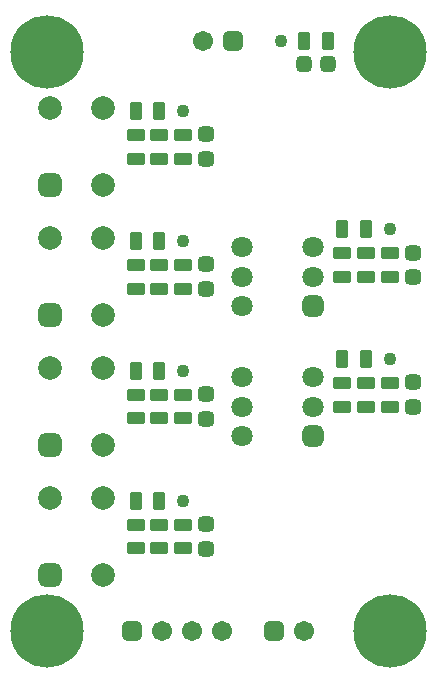
<source format=gts>
G04*
G04 #@! TF.GenerationSoftware,Altium Limited,Altium Designer,21.2.1 (34)*
G04*
G04 Layer_Color=8388736*
%FSTAX24Y24*%
%MOIN*%
G70*
G04*
G04 #@! TF.SameCoordinates,36507061-655E-4290-96EC-BFA040FA6CF6*
G04*
G04*
G04 #@! TF.FilePolarity,Negative*
G04*
G01*
G75*
G04:AMPARAMS|DCode=17|XSize=59.1mil|YSize=39.4mil|CornerRadius=5.5mil|HoleSize=0mil|Usage=FLASHONLY|Rotation=270.000|XOffset=0mil|YOffset=0mil|HoleType=Round|Shape=RoundedRectangle|*
%AMROUNDEDRECTD17*
21,1,0.0591,0.0283,0,0,270.0*
21,1,0.0480,0.0394,0,0,270.0*
1,1,0.0110,-0.0142,-0.0240*
1,1,0.0110,-0.0142,0.0240*
1,1,0.0110,0.0142,0.0240*
1,1,0.0110,0.0142,-0.0240*
%
%ADD17ROUNDEDRECTD17*%
G04:AMPARAMS|DCode=18|XSize=51.3mil|YSize=55.2mil|CornerRadius=14.8mil|HoleSize=0mil|Usage=FLASHONLY|Rotation=270.000|XOffset=0mil|YOffset=0mil|HoleType=Round|Shape=RoundedRectangle|*
%AMROUNDEDRECTD18*
21,1,0.0513,0.0256,0,0,270.0*
21,1,0.0217,0.0552,0,0,270.0*
1,1,0.0297,-0.0128,-0.0108*
1,1,0.0297,-0.0128,0.0108*
1,1,0.0297,0.0128,0.0108*
1,1,0.0297,0.0128,-0.0108*
%
%ADD18ROUNDEDRECTD18*%
%ADD19C,0.0433*%
G04:AMPARAMS|DCode=20|XSize=51.3mil|YSize=55.2mil|CornerRadius=14.8mil|HoleSize=0mil|Usage=FLASHONLY|Rotation=0.000|XOffset=0mil|YOffset=0mil|HoleType=Round|Shape=RoundedRectangle|*
%AMROUNDEDRECTD20*
21,1,0.0513,0.0256,0,0,0.0*
21,1,0.0217,0.0552,0,0,0.0*
1,1,0.0297,0.0108,-0.0128*
1,1,0.0297,-0.0108,-0.0128*
1,1,0.0297,-0.0108,0.0128*
1,1,0.0297,0.0108,0.0128*
%
%ADD20ROUNDEDRECTD20*%
G04:AMPARAMS|DCode=21|XSize=59.1mil|YSize=39.4mil|CornerRadius=5.5mil|HoleSize=0mil|Usage=FLASHONLY|Rotation=0.000|XOffset=0mil|YOffset=0mil|HoleType=Round|Shape=RoundedRectangle|*
%AMROUNDEDRECTD21*
21,1,0.0591,0.0283,0,0,0.0*
21,1,0.0480,0.0394,0,0,0.0*
1,1,0.0110,0.0240,-0.0142*
1,1,0.0110,-0.0240,-0.0142*
1,1,0.0110,-0.0240,0.0142*
1,1,0.0110,0.0240,0.0142*
%
%ADD21ROUNDEDRECTD21*%
%ADD22C,0.0671*%
G04:AMPARAMS|DCode=23|XSize=67.1mil|YSize=67.1mil|CornerRadius=18.8mil|HoleSize=0mil|Usage=FLASHONLY|Rotation=180.000|XOffset=0mil|YOffset=0mil|HoleType=Round|Shape=RoundedRectangle|*
%AMROUNDEDRECTD23*
21,1,0.0671,0.0295,0,0,180.0*
21,1,0.0295,0.0671,0,0,180.0*
1,1,0.0375,-0.0148,0.0148*
1,1,0.0375,0.0148,0.0148*
1,1,0.0375,0.0148,-0.0148*
1,1,0.0375,-0.0148,-0.0148*
%
%ADD23ROUNDEDRECTD23*%
%ADD24C,0.0789*%
G04:AMPARAMS|DCode=25|XSize=78.9mil|YSize=78.9mil|CornerRadius=21.7mil|HoleSize=0mil|Usage=FLASHONLY|Rotation=90.000|XOffset=0mil|YOffset=0mil|HoleType=Round|Shape=RoundedRectangle|*
%AMROUNDEDRECTD25*
21,1,0.0789,0.0354,0,0,90.0*
21,1,0.0354,0.0789,0,0,90.0*
1,1,0.0434,0.0177,0.0177*
1,1,0.0434,0.0177,-0.0177*
1,1,0.0434,-0.0177,-0.0177*
1,1,0.0434,-0.0177,0.0177*
%
%ADD25ROUNDEDRECTD25*%
G04:AMPARAMS|DCode=26|XSize=71mil|YSize=71mil|CornerRadius=19.7mil|HoleSize=0mil|Usage=FLASHONLY|Rotation=0.000|XOffset=0mil|YOffset=0mil|HoleType=Round|Shape=RoundedRectangle|*
%AMROUNDEDRECTD26*
21,1,0.0710,0.0315,0,0,0.0*
21,1,0.0315,0.0710,0,0,0.0*
1,1,0.0395,0.0157,-0.0157*
1,1,0.0395,-0.0157,-0.0157*
1,1,0.0395,-0.0157,0.0157*
1,1,0.0395,0.0157,0.0157*
%
%ADD26ROUNDEDRECTD26*%
%ADD27C,0.0710*%
%ADD28C,0.2442*%
D17*
X071463Y027986D02*
D03*
X070676D02*
D03*
X071463Y032317D02*
D03*
X070676D02*
D03*
X064573Y023262D02*
D03*
X063786D02*
D03*
X064573Y027593D02*
D03*
X063786D02*
D03*
X064573Y031923D02*
D03*
X063786D02*
D03*
X064573Y036254D02*
D03*
X063786D02*
D03*
X069404Y038616D02*
D03*
X070191D02*
D03*
D18*
X066148Y035486D02*
D03*
Y03466D02*
D03*
X073038Y026392D02*
D03*
Y027219D02*
D03*
Y030723D02*
D03*
Y031549D02*
D03*
X066148Y021667D02*
D03*
Y022494D02*
D03*
Y025998D02*
D03*
Y026825D02*
D03*
Y030329D02*
D03*
Y031156D02*
D03*
D19*
X07225Y027986D02*
D03*
Y032317D02*
D03*
X068617Y038616D02*
D03*
X065361Y031923D02*
D03*
Y027593D02*
D03*
Y023262D02*
D03*
Y036254D02*
D03*
D20*
X069384Y037829D02*
D03*
X070211D02*
D03*
D21*
X071463Y026412D02*
D03*
Y027199D02*
D03*
Y030742D02*
D03*
Y03153D02*
D03*
X070676Y03153D02*
D03*
Y030742D02*
D03*
Y027199D02*
D03*
Y026412D02*
D03*
X064573Y022475D02*
D03*
Y021687D02*
D03*
X063786Y022475D02*
D03*
Y021687D02*
D03*
X064573Y026805D02*
D03*
Y026018D02*
D03*
X063786Y026805D02*
D03*
Y026018D02*
D03*
Y031136D02*
D03*
Y030349D02*
D03*
X064573Y031136D02*
D03*
Y030349D02*
D03*
X063786Y035467D02*
D03*
Y034679D02*
D03*
X064573Y035467D02*
D03*
Y034679D02*
D03*
X07225Y026412D02*
D03*
Y027199D02*
D03*
Y030742D02*
D03*
Y03153D02*
D03*
X065361Y022475D02*
D03*
Y021687D02*
D03*
Y026805D02*
D03*
Y026018D02*
D03*
Y031136D02*
D03*
Y030349D02*
D03*
Y034679D02*
D03*
Y035467D02*
D03*
D22*
X066042Y038616D02*
D03*
X069404Y018931D02*
D03*
X064664D02*
D03*
X065664D02*
D03*
X066664D02*
D03*
D23*
X067042Y038616D02*
D03*
X068404Y018931D02*
D03*
X063664D02*
D03*
D24*
X062703Y036353D02*
D03*
Y033793D02*
D03*
X060932Y036353D02*
D03*
X062703Y032022D02*
D03*
Y029463D02*
D03*
X060932Y032022D02*
D03*
X062703Y02336D02*
D03*
Y020801D02*
D03*
X060932Y02336D02*
D03*
X062703Y027691D02*
D03*
Y025132D02*
D03*
X060932Y027691D02*
D03*
D25*
Y033793D02*
D03*
Y029463D02*
D03*
Y020801D02*
D03*
Y025132D02*
D03*
D26*
X069691Y029758D02*
D03*
Y025427D02*
D03*
D27*
Y030742D02*
D03*
Y031727D02*
D03*
X067329Y030742D02*
D03*
Y031727D02*
D03*
Y029758D02*
D03*
Y026412D02*
D03*
X069691Y027396D02*
D03*
Y026412D02*
D03*
X067329Y027396D02*
D03*
Y025427D02*
D03*
D28*
X07225Y038223D02*
D03*
Y018931D02*
D03*
X060833Y038223D02*
D03*
Y018931D02*
D03*
M02*

</source>
